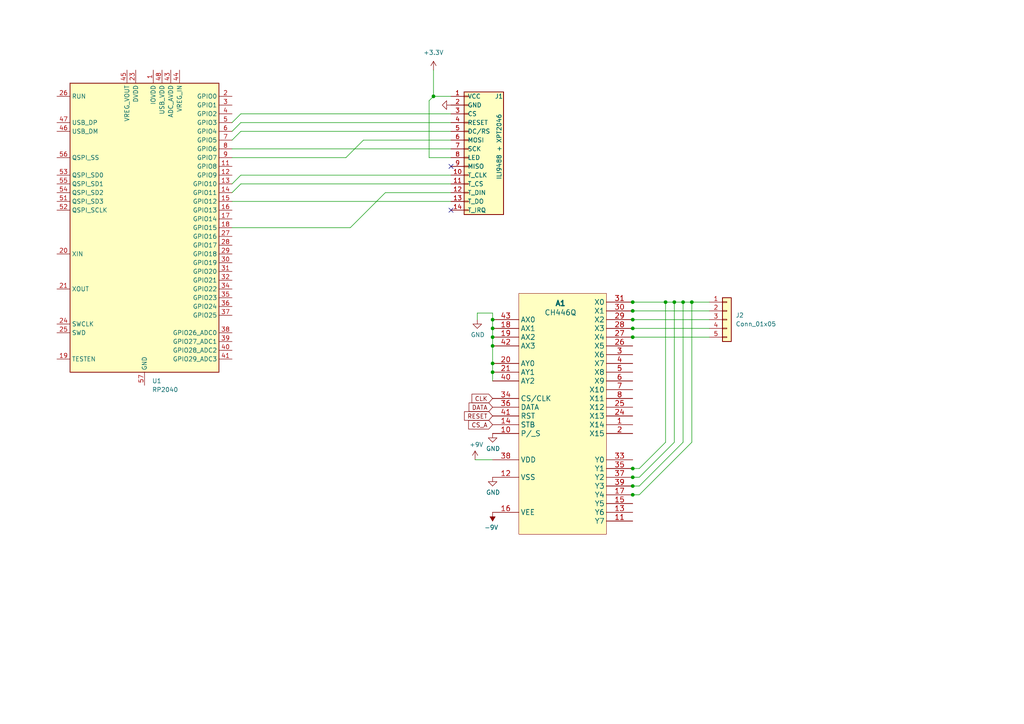
<source format=kicad_sch>
(kicad_sch (version 20230121) (generator eeschema)
  (paper "A4")
  (lib_symbols
    (symbol "+9V_4" (power) (pin_names (offset 0))
      (property "Value" "+9V_4" (at 0 3.556 0))
      (symbol "+9V_4_0_1"
        (polyline (pts (xy -0.762 1.27) (xy 0 2.54)))
        (polyline (pts (xy 0 0) (xy 0 2.54)))
        (polyline (pts (xy 0 2.54) (xy 0.762 1.27)))
      )
      (symbol "+9V_4_1_1"
        (pin power_in line (at 0 0 90) (length 0) hide (name "+9V") (number "1"))
      )
    )
    (symbol "-9V_5" (power) (pin_names (offset 0))
      (property "Value" "-9V_5" (at 0 3.81 0))
      (symbol "-9V_5_0_1"
        (polyline (pts (xy 0 0) (xy 0 2.54)))
        (polyline (pts (xy 0.762 1.27) (xy -0.762 1.27) (xy 0 2.54) (xy 0.762 1.27)) (fill (type outline)))
      )
      (symbol "-9V_5_1_1"
        (pin power_in line (at 0 0 90) (length 0) hide (name "-9V") (number "1"))
      )
    )
    (symbol "Connector_Generic:Conn_01x05" (pin_names (offset 1.016) hide)
      (property "Reference" "J" (at 0 7.62 0))
      (property "Value" "Conn_01x05" (at 0 -7.62 0))
      (symbol "Conn_01x05_1_1"
        (rectangle (start -1.27 -4.953) (end 0 -5.207) (stroke (width 0.1524)))
        (rectangle (start -1.27 -2.413) (end 0 -2.667) (stroke (width 0.1524)))
        (rectangle (start -1.27 0.127) (end 0 -0.127) (stroke (width 0.1524)))
        (rectangle (start -1.27 2.667) (end 0 2.413) (stroke (width 0.1524)))
        (rectangle (start -1.27 5.207) (end 0 4.953) (stroke (width 0.1524)))
        (rectangle (start -1.27 6.35) (end 1.27 -6.35) (stroke (width 0.254)) (fill (type background)))
        (pin passive line (at -5.08 5.08 0) (length 3.81) (name "Pin_1") (number "1"))
        (pin passive line (at -5.08 2.54 0) (length 3.81) (name "Pin_2") (number "2"))
        (pin passive line (at -5.08 0 0) (length 3.81) (name "Pin_3") (number "3"))
        (pin passive line (at -5.08 -2.54 0) (length 3.81) (name "Pin_4") (number "4"))
        (pin passive line (at -5.08 -5.08 0) (length 3.81) (name "Pin_5") (number "5"))
      )
    )
    (symbol "Connector_Generic:Conn_01x14" (pin_names (offset 1.016))
      (property "Reference" "J1" (at 7.62 15.24 0))
      (property "Value" "ILI9488 + XPT2046" (at 8.89 -8.89 90))
      (symbol "Conn_01x14_1_1"
        (rectangle (start -1.27 -17.653) (end 0 -17.907) (stroke (width 0.1524)))
        (rectangle (start -1.27 -15.113) (end 0 -15.367) (stroke (width 0.1524)))
        (rectangle (start -1.27 -12.573) (end 0 -12.827) (stroke (width 0.1524)))
        (rectangle (start -1.27 -10.033) (end 0 -10.287) (stroke (width 0.1524)))
        (rectangle (start -1.27 -7.493) (end 0 -7.747) (stroke (width 0.1524)))
        (rectangle (start -1.27 -4.953) (end 0 -5.207) (stroke (width 0.1524)))
        (rectangle (start -1.27 -2.413) (end 0 -2.667) (stroke (width 0.1524)))
        (rectangle (start -1.27 0.127) (end 0 -0.127) (stroke (width 0.1524)))
        (rectangle (start -1.27 2.667) (end 0 2.413) (stroke (width 0.1524)))
        (rectangle (start -1.27 5.207) (end 0 4.953) (stroke (width 0.1524)))
        (rectangle (start -1.27 7.747) (end 0 7.493) (stroke (width 0.1524)))
        (rectangle (start -1.27 10.287) (end 0 10.033) (stroke (width 0.1524)))
        (rectangle (start -1.27 12.827) (end 0 12.573) (stroke (width 0.1524)))
        (rectangle (start -1.27 15.367) (end 0 15.113) (stroke (width 0.1524)))
        (rectangle (start -1.27 16.51) (end 10.16 -19.05) (stroke (width 0.254)) (fill (type background)))
        (pin passive line (at -5.08 15.24 0) (length 3.81) (name "VCC") (number "1"))
        (pin passive line (at -5.08 -7.62 0) (length 3.81) (name "T_CLK") (number "10"))
        (pin passive line (at -5.08 -10.16 0) (length 3.81) (name "T_CS") (number "11"))
        (pin passive line (at -5.08 -12.7 0) (length 3.81) (name "T_DIN") (number "12"))
        (pin passive line (at -5.08 -15.24 0) (length 3.81) (name "T_DO") (number "13"))
        (pin passive line (at -5.08 -17.78 0) (length 3.81) (name "T_IRQ") (number "14"))
        (pin passive line (at -5.08 12.7 0) (length 3.81) (name "GND") (number "2"))
        (pin passive line (at -5.08 10.16 0) (length 3.81) (name "CS") (number "3"))
        (pin passive line (at -5.08 7.62 0) (length 3.81) (name "RESET") (number "4"))
        (pin passive line (at -5.08 5.08 0) (length 3.81) (name "DC/RS") (number "5"))
        (pin passive line (at -5.08 2.54 0) (length 3.81) (name "MOSI") (number "6"))
        (pin passive line (at -5.08 0 0) (length 3.81) (name "SCK") (number "7"))
        (pin passive line (at -5.08 -2.54 0) (length 3.81) (name "LED") (number "8"))
        (pin passive line (at -5.08 -5.08 0) (length 3.81) (name "MISO") (number "9"))
      )
    )
    (symbol "GND_17" (power) (pin_names (offset 0))
      (property "Value" "GND_17" (at 0 -3.81 0))
      (symbol "GND_17_0_1"
        (polyline (pts (xy 0 0) (xy 0 -1.27) (xy 1.27 -1.27) (xy 0 -2.54) (xy -1.27 -1.27) (xy 0 -1.27)))
      )
      (symbol "GND_17_1_1"
        (pin power_in line (at 0 0 270) (length 0) hide (name "GND") (number "1"))
      )
    )
    (symbol "GND_18" (power) (pin_names (offset 0))
      (property "Value" "GND_18" (at 0 -3.81 0))
      (symbol "GND_18_0_1"
        (polyline (pts (xy 0 0) (xy 0 -1.27) (xy 1.27 -1.27) (xy 0 -2.54) (xy -1.27 -1.27) (xy 0 -1.27)))
      )
      (symbol "GND_18_1_1"
        (pin power_in line (at 0 0 270) (length 0) hide (name "GND") (number "1"))
      )
    )
    (symbol "GND_50" (power) (pin_names (offset 0))
      (property "Value" "GND_50" (at 0 -3.81 0))
      (symbol "GND_50_0_1"
        (polyline (pts (xy 0 0) (xy 0 -1.27) (xy 1.27 -1.27) (xy 0 -2.54) (xy -1.27 -1.27) (xy 0 -1.27)))
      )
      (symbol "GND_50_1_1"
        (pin power_in line (at 0 0 270) (length 0) hide (name "GND") (number "1"))
      )
    )
    (symbol "JumperlessSymbols:CH446Q"
      (property "Reference" "U" (at 0 12.7 0))
      (symbol "CH446Q_1_1"
        (rectangle (start -12.065 35.56) (end 13.335 -34.29) (stroke (width 0.127)) (fill (type background)))
        (pin bidirectional line (at 20.955 -2.54 180) (length 7.62) (name "X14") (number "1"))
        (pin input line (at -19.685 -5.08 0) (length 7.62) (name "P/_S") (number "10"))
        (pin bidirectional line (at 20.955 -30.48 180) (length 7.62) (name "Y7") (number "11"))
        (pin power_in line (at -19.685 -17.78 0) (length 7.62) (name "VSS") (number "12"))
        (pin bidirectional line (at 20.955 -27.94 180) (length 7.62) (name "Y6") (number "13"))
        (pin input line (at -19.685 -2.54 0) (length 7.62) (name "STB") (number "14"))
        (pin bidirectional line (at 20.955 -25.4 180) (length 7.62) (name "Y5") (number "15"))
        (pin power_in line (at -19.685 -27.94 0) (length 7.62) (name "VEE") (number "16"))
        (pin bidirectional line (at 20.955 -22.86 180) (length 7.62) (name "Y4") (number "17"))
        (pin input line (at -19.685 25.4 0) (length 7.62) (name "AX1") (number "18"))
        (pin input line (at -19.685 22.86 0) (length 7.62) (name "AX2") (number "19"))
        (pin bidirectional line (at 20.955 -5.08 180) (length 7.62) (name "X15") (number "2"))
        (pin input line (at -19.685 15.24 0) (length 7.62) (name "AY0") (number "20"))
        (pin input line (at -19.685 12.7 0) (length 7.62) (name "AY1") (number "21"))
        (pin bidirectional line (at 20.955 0 180) (length 7.62) (name "X13") (number "24"))
        (pin bidirectional line (at 20.955 2.54 180) (length 7.62) (name "X12") (number "25"))
        (pin bidirectional line (at 20.955 20.32 180) (length 7.62) (name "X5") (number "26"))
        (pin bidirectional line (at 20.955 22.86 180) (length 7.62) (name "X4") (number "27"))
        (pin bidirectional line (at 20.955 25.4 180) (length 7.62) (name "X3") (number "28"))
        (pin bidirectional line (at 20.955 27.94 180) (length 7.62) (name "X2") (number "29"))
        (pin bidirectional line (at 20.955 17.78 180) (length 7.62) (name "X6") (number "3"))
        (pin bidirectional line (at 20.955 30.48 180) (length 7.62) (name "X1") (number "30"))
        (pin bidirectional line (at 20.955 33.02 180) (length 7.62) (name "X0") (number "31"))
        (pin bidirectional line (at 20.955 -12.7 180) (length 7.62) (name "Y0") (number "33"))
        (pin input line (at -19.685 5.08 0) (length 7.62) (name "CS/CLK") (number "34"))
        (pin bidirectional line (at 20.955 -15.24 180) (length 7.62) (name "Y1") (number "35"))
        (pin input line (at -19.685 2.54 0) (length 7.62) (name "DATA") (number "36"))
        (pin bidirectional line (at 20.955 -17.78 180) (length 7.62) (name "Y2") (number "37"))
        (pin power_in line (at -19.685 -12.7 0) (length 7.62) (name "VDD") (number "38"))
        (pin bidirectional line (at 20.955 -20.32 180) (length 7.62) (name "Y3") (number "39"))
        (pin bidirectional line (at 20.955 15.24 180) (length 7.62) (name "X7") (number "4"))
        (pin input line (at -19.685 10.16 0) (length 7.62) (name "AY2") (number "40"))
        (pin input line (at -19.685 0 0) (length 7.62) (name "RST") (number "41"))
        (pin input line (at -19.685 20.32 0) (length 7.62) (name "AX3") (number "42"))
        (pin input line (at -19.685 27.94 0) (length 7.62) (name "AX0") (number "43"))
        (pin bidirectional line (at 20.955 12.7 180) (length 7.62) (name "X8") (number "5"))
        (pin bidirectional line (at 20.955 10.16 180) (length 7.62) (name "X9") (number "6"))
        (pin bidirectional line (at 20.955 7.62 180) (length 7.62) (name "X10") (number "7"))
        (pin bidirectional line (at 20.955 5.08 180) (length 7.62) (name "X11") (number "8"))
      )
    )
    (symbol "MCU_RaspberryPi:RP2040"
      (property "Reference" "U" (at 17.78 45.72 0))
      (property "Value" "RP2040" (at 17.78 43.18 0))
      (symbol "RP2040_0_1"
        (rectangle (start -21.59 41.91) (end 21.59 -41.91) (stroke (width 0.254)) (fill (type background)))
      )
      (symbol "RP2040_1_1"
        (pin power_in line (at 2.54 45.72 270) (length 3.81) (name "IOVDD") (number "1"))
        (pin passive line (at 2.54 45.72 270) (length 3.81) hide (name "IOVDD") (number "10"))
        (pin bidirectional line (at 25.4 17.78 180) (length 3.81) (name "GPIO8") (number "11"))
        (pin bidirectional line (at 25.4 15.24 180) (length 3.81) (name "GPIO9") (number "12"))
        (pin bidirectional line (at 25.4 12.7 180) (length 3.81) (name "GPIO10") (number "13"))
        (pin bidirectional line (at 25.4 10.16 180) (length 3.81) (name "GPIO11") (number "14"))
        (pin bidirectional line (at 25.4 7.62 180) (length 3.81) (name "GPIO12") (number "15"))
        (pin bidirectional line (at 25.4 5.08 180) (length 3.81) (name "GPIO13") (number "16"))
        (pin bidirectional line (at 25.4 2.54 180) (length 3.81) (name "GPIO14") (number "17"))
        (pin bidirectional line (at 25.4 0 180) (length 3.81) (name "GPIO15") (number "18"))
        (pin input line (at -25.4 -38.1 0) (length 3.81) (name "TESTEN") (number "19"))
        (pin bidirectional line (at 25.4 38.1 180) (length 3.81) (name "GPIO0") (number "2"))
        (pin input line (at -25.4 -7.62 0) (length 3.81) (name "XIN") (number "20"))
        (pin passive line (at -25.4 -17.78 0) (length 3.81) (name "XOUT") (number "21"))
        (pin passive line (at 2.54 45.72 270) (length 3.81) hide (name "IOVDD") (number "22"))
        (pin power_in line (at -2.54 45.72 270) (length 3.81) (name "DVDD") (number "23"))
        (pin input line (at -25.4 -27.94 0) (length 3.81) (name "SWCLK") (number "24"))
        (pin bidirectional line (at -25.4 -30.48 0) (length 3.81) (name "SWD") (number "25"))
        (pin input line (at -25.4 38.1 0) (length 3.81) (name "RUN") (number "26"))
        (pin bidirectional line (at 25.4 -2.54 180) (length 3.81) (name "GPIO16") (number "27"))
        (pin bidirectional line (at 25.4 -5.08 180) (length 3.81) (name "GPIO17") (number "28"))
        (pin bidirectional line (at 25.4 -7.62 180) (length 3.81) (name "GPIO18") (number "29"))
        (pin bidirectional line (at 25.4 35.56 180) (length 3.81) (name "GPIO1") (number "3"))
        (pin bidirectional line (at 25.4 -10.16 180) (length 3.81) (name "GPIO19") (number "30"))
        (pin bidirectional line (at 25.4 -12.7 180) (length 3.81) (name "GPIO20") (number "31"))
        (pin bidirectional line (at 25.4 -15.24 180) (length 3.81) (name "GPIO21") (number "32"))
        (pin passive line (at 2.54 45.72 270) (length 3.81) hide (name "IOVDD") (number "33"))
        (pin bidirectional line (at 25.4 -17.78 180) (length 3.81) (name "GPIO22") (number "34"))
        (pin bidirectional line (at 25.4 -20.32 180) (length 3.81) (name "GPIO23") (number "35"))
        (pin bidirectional line (at 25.4 -22.86 180) (length 3.81) (name "GPIO24") (number "36"))
        (pin bidirectional line (at 25.4 -25.4 180) (length 3.81) (name "GPIO25") (number "37"))
        (pin bidirectional line (at 25.4 -30.48 180) (length 3.81) (name "GPIO26_ADC0") (number "38"))
        (pin bidirectional line (at 25.4 -33.02 180) (length 3.81) (name "GPIO27_ADC1") (number "39"))
        (pin bidirectional line (at 25.4 33.02 180) (length 3.81) (name "GPIO2") (number "4"))
        (pin bidirectional line (at 25.4 -35.56 180) (length 3.81) (name "GPIO28_ADC2") (number "40"))
        (pin bidirectional line (at 25.4 -38.1 180) (length 3.81) (name "GPIO29_ADC3") (number "41"))
        (pin passive line (at 2.54 45.72 270) (length 3.81) hide (name "IOVDD") (number "42"))
        (pin power_in line (at 7.62 45.72 270) (length 3.81) (name "ADC_AVDD") (number "43"))
        (pin power_in line (at 10.16 45.72 270) (length 3.81) (name "VREG_IN") (number "44"))
        (pin power_out line (at -5.08 45.72 270) (length 3.81) (name "VREG_VOUT") (number "45"))
        (pin bidirectional line (at -25.4 27.94 0) (length 3.81) (name "USB_DM") (number "46"))
        (pin bidirectional line (at -25.4 30.48 0) (length 3.81) (name "USB_DP") (number "47"))
        (pin power_in line (at 5.08 45.72 270) (length 3.81) (name "USB_VDD") (number "48"))
        (pin passive line (at 2.54 45.72 270) (length 3.81) hide (name "IOVDD") (number "49"))
        (pin bidirectional line (at 25.4 30.48 180) (length 3.81) (name "GPIO3") (number "5"))
        (pin passive line (at -2.54 45.72 270) (length 3.81) hide (name "DVDD") (number "50"))
        (pin bidirectional line (at -25.4 7.62 0) (length 3.81) (name "QSPI_SD3") (number "51"))
        (pin output line (at -25.4 5.08 0) (length 3.81) (name "QSPI_SCLK") (number "52"))
        (pin bidirectional line (at -25.4 15.24 0) (length 3.81) (name "QSPI_SD0") (number "53"))
        (pin bidirectional line (at -25.4 10.16 0) (length 3.81) (name "QSPI_SD2") (number "54"))
        (pin bidirectional line (at -25.4 12.7 0) (length 3.81) (name "QSPI_SD1") (number "55"))
        (pin bidirectional line (at -25.4 20.32 0) (length 3.81) (name "QSPI_SS") (number "56"))
        (pin power_in line (at 0 -45.72 90) (length 3.81) (name "GND") (number "57"))
        (pin bidirectional line (at 25.4 27.94 180) (length 3.81) (name "GPIO4") (number "6"))
        (pin bidirectional line (at 25.4 25.4 180) (length 3.81) (name "GPIO5") (number "7"))
        (pin bidirectional line (at 25.4 22.86 180) (length 3.81) (name "GPIO6") (number "8"))
        (pin bidirectional line (at 25.4 20.32 180) (length 3.81) (name "GPIO7") (number "9"))
      )
    )
    (symbol "power:+3.3V" (power) (pin_names (offset 0))
      (property "Value" "+3.3V" (at 0 3.556 0))
      (symbol "+3.3V_0_1"
        (polyline (pts (xy -0.762 1.27) (xy 0 2.54)))
        (polyline (pts (xy 0 0) (xy 0 2.54)))
        (polyline (pts (xy 0 2.54) (xy 0.762 1.27)))
      )
      (symbol "+3.3V_1_1"
        (pin power_in line (at 0 0 90) (length 0) hide (name "+3.3V") (number "1"))
      )
    )
    (symbol "power:GND" (power) (pin_names (offset 0))
      (property "Value" "GND" (at 0 -3.81 0))
      (symbol "GND_0_1"
        (polyline (pts (xy 0 0) (xy 0 -1.27) (xy 1.27 -1.27) (xy 0 -2.54) (xy -1.27 -1.27) (xy 0 -1.27)))
      )
      (symbol "GND_1_1"
        (pin power_in line (at 0 0 270) (length 0) hide (name "GND") (number "1"))
      )
    )
  )
  (junction (at 183.515 138.43))
  (junction (at 183.515 87.63))
  (junction (at 183.515 135.89))
  (junction (at 183.515 95.25))
  (junction (at 198.12 87.63))
  (junction (at 183.515 92.71))
  (junction (at 193.04 87.63))
  (junction (at 195.58 87.63))
  (junction (at 142.875 95.25))
  (junction (at 142.875 105.41))
  (junction (at 183.515 140.97))
  (junction (at 200.66 87.63))
  (junction (at 183.515 90.17))
  (junction (at 142.875 92.71))
  (junction (at 142.875 100.33))
  (junction (at 142.875 107.95))
  (junction (at 183.515 143.51))
  (junction (at 125.73 27.94))
  (junction (at 142.875 97.79))
  (junction (at 183.515 97.79))
  (no_connect (at 130.81 60.96))
  (no_connect (at 130.81 48.26))
  (wire (pts (xy 124.46 45.72) (xy 130.81 45.72)))
  (wire (pts (xy 125.73 27.94) (xy 130.81 27.94)))
  (wire (pts (xy 183.515 95.25) (xy 205.74 95.25)))
  (wire (pts (xy 182.88 140.97) (xy 183.515 140.97)))
  (wire (pts (xy 195.58 87.63) (xy 198.12 87.63)))
  (wire (pts (xy 182.88 143.51) (xy 183.515 143.51)))
  (wire (pts (xy 183.515 87.63) (xy 193.04 87.63)))
  (wire (pts (xy 142.875 107.95) (xy 142.875 110.49)))
  (wire (pts (xy 193.04 87.63) (xy 195.58 87.63)))
  (wire (pts (xy 183.515 97.79) (xy 205.74 97.79)))
  (wire (pts (xy 138.43 90.805) (xy 138.43 92.71)))
  (wire (pts (xy 182.88 90.17) (xy 183.515 90.17)))
  (wire (pts (xy 198.12 87.63) (xy 200.66 87.63)))
  (wire (pts (xy 67.31 45.72) (xy 100.33 45.72)))
  (wire (pts (xy 142.875 95.25) (xy 142.875 97.79)))
  (wire (pts (xy 142.875 97.79) (xy 142.875 100.33)))
  (wire (pts (xy 193.04 87.63) (xy 193.04 128.27)))
  (wire (pts (xy 69.85 38.1) (xy 67.31 40.64)))
  (wire (pts (xy 67.31 66.04) (xy 101.6 66.04)))
  (wire (pts (xy 200.66 87.63) (xy 200.66 128.27)))
  (wire (pts (xy 69.85 35.56) (xy 130.81 35.56)))
  (wire (pts (xy 198.12 87.63) (xy 198.12 128.27)))
  (wire (pts (xy 69.85 33.02) (xy 130.81 33.02)))
  (wire (pts (xy 182.88 95.25) (xy 183.515 95.25)))
  (wire (pts (xy 183.515 92.71) (xy 205.74 92.71)))
  (wire (pts (xy 105.41 40.64) (xy 130.81 40.64)))
  (wire (pts (xy 69.85 35.56) (xy 67.31 38.1)))
  (wire (pts (xy 183.515 143.51) (xy 185.42 143.51)))
  (wire (pts (xy 105.41 40.64) (xy 100.33 45.72)))
  (wire (pts (xy 182.88 97.79) (xy 183.515 97.79)))
  (wire (pts (xy 130.81 53.34) (xy 69.85 53.34)))
  (wire (pts (xy 137.795 133.35) (xy 142.875 133.35)))
  (wire (pts (xy 111.76 55.88) (xy 130.81 55.88)))
  (wire (pts (xy 67.31 43.18) (xy 130.81 43.18)))
  (wire (pts (xy 101.6 66.04) (xy 111.76 55.88)))
  (wire (pts (xy 183.515 90.17) (xy 205.74 90.17)))
  (wire (pts (xy 183.515 140.97) (xy 185.42 140.97)))
  (wire (pts (xy 182.88 138.43) (xy 183.515 138.43)))
  (wire (pts (xy 198.12 128.27) (xy 185.42 140.97)))
  (wire (pts (xy 69.85 50.8) (xy 67.31 53.34)))
  (wire (pts (xy 69.85 53.34) (xy 67.31 55.88)))
  (wire (pts (xy 195.58 87.63) (xy 195.58 128.27)))
  (wire (pts (xy 142.875 90.805) (xy 142.875 92.71)))
  (wire (pts (xy 183.515 138.43) (xy 185.42 138.43)))
  (wire (pts (xy 182.88 135.89) (xy 183.515 135.89)))
  (wire (pts (xy 185.42 135.89) (xy 193.04 128.27)))
  (wire (pts (xy 69.85 38.1) (xy 130.81 38.1)))
  (wire (pts (xy 67.31 35.56) (xy 69.85 33.02)))
  (wire (pts (xy 130.81 50.8) (xy 69.85 50.8)))
  (wire (pts (xy 183.515 135.89) (xy 185.42 135.89)))
  (wire (pts (xy 142.875 90.805) (xy 138.43 90.805)))
  (wire (pts (xy 125.73 20.32) (xy 125.73 27.94)))
  (wire (pts (xy 124.46 29.21) (xy 125.73 27.94)))
  (wire (pts (xy 142.875 92.71) (xy 142.875 95.25)))
  (wire (pts (xy 182.88 87.63) (xy 183.515 87.63)))
  (wire (pts (xy 142.875 105.41) (xy 142.875 107.95)))
  (wire (pts (xy 195.58 128.27) (xy 185.42 138.43)))
  (wire (pts (xy 142.875 100.33) (xy 142.875 105.41)))
  (wire (pts (xy 124.46 45.72) (xy 124.46 29.21)))
  (wire (pts (xy 200.66 87.63) (xy 205.74 87.63)))
  (wire (pts (xy 200.66 128.27) (xy 185.42 143.51)))
  (wire (pts (xy 67.31 58.42) (xy 130.81 58.42)))
  (wire (pts (xy 182.88 92.71) (xy 183.515 92.71)))
  (global_label "RESET" (shape input) (at 142.875 120.65 180) (property "Intersheetrefs" "${INTERSHEET_REFS}" (effects hide)))
  (global_label "CLK" (shape input) (at 142.875 115.57 180) (property "Intersheetrefs" "${INTERSHEET_REFS}" (effects hide)))
  (global_label "CS_A" (shape input) (at 142.875 123.19 180) (property "Intersheetrefs" "${INTERSHEET_REFS}" (effects hide)))
  (global_label "DATA" (shape input) (at 142.875 118.11 180) (property "Intersheetrefs" "${INTERSHEET_REFS}" (effects hide)))
  (symbol (lib_id "JumperlessSymbols:CH446Q") (at 162.56 120.65 0) (unit 1)
    (property "Reference" "A1" (at 162.56 87.9602 0) (effects (font (size 1.524 1.524) bold)))
    (property "Value" "CH446Q" (at 162.56 90.6526 0) (effects (font (size 1.524 1.524))))
    (property "Footprint" "JumperlessFootprints:LQFP44_Tight" (effects hide))
  )
  (symbol (lib_id "power:+3.3V") (at 125.73 20.32 0) (unit 1)
    (property "Reference" "#PWR01" (effects hide))
    (property "Value" "+3.3V" (at 125.73 15.24 0))
  )
  (symbol (lib_id "power:GND") (at 130.81 30.48 270) (unit 1)
    (property "Reference" "#PWR02" (effects hide))
    (property "Value" "GND" (effects hide))
  )
  (symbol (lib_name "GND_18") (lib_id "power:GND") (at 138.43 92.71 0) (unit 1)
    (property "Reference" "#PWR04" (effects hide))
    (property "Value" "GND" (at 138.557 97.1042 0))
  )
  (symbol (lib_name "GND_50") (lib_id "power:GND") (at 142.875 138.43 0) (unit 1)
    (property "Reference" "#PWR06" (effects hide))
    (property "Value" "GND" (at 143.002 142.8242 0))
  )
  (symbol (lib_name "+9V_4") (lib_id "power:+9V") (at 137.795 133.35 0) (unit 1)
    (property "Reference" "#PWR03" (effects hide))
    (property "Value" "+9V" (at 138.176 128.9558 0))
  )
  (symbol (lib_id "Connector_Generic:Conn_01x05") (at 210.82 92.71 0) (unit 1)
    (property "Reference" "J2" (at 213.36 91.44 0) (effects (justify left)))
    (property "Value" "Conn_01x05" (at 213.36 93.98 0) (effects (justify left)))
  )
  (symbol (lib_name "-9V_5") (lib_id "power:-9V") (at 142.875 148.59 180) (unit 1)
    (property "Reference" "#PWR07" (effects hide))
    (property "Value" "-9V" (at 142.494 152.9842 0))
  )
  (symbol (lib_id "Connector_Generic:Conn_01x14") (at 135.89 43.18 0) (unit 1)
    (property "Reference" "J1" (at 143.51 27.94 0) (effects (justify left)))
    (property "Value" "ILI9488 + XPT2046" (at 144.78 52.07 90) (effects (justify left)))
  )
  (symbol (lib_name "GND_17") (lib_id "power:GND") (at 142.875 125.73 0) (unit 1)
    (property "Reference" "#PWR05" (effects hide))
    (property "Value" "GND" (at 143.002 130.1242 0))
  )
  (symbol (lib_id "MCU_RaspberryPi:RP2040") (at 41.91 66.04 0) (unit 1)
    (property "Reference" "U1" (at 44.1041 110.49 0) (effects (justify left)))
    (property "Value" "RP2040" (at 44.1041 113.03 0) (effects (justify left)))
    (property "Footprint" "Package_DFN_QFN:QFN-56-1EP_7x7mm_P0.4mm_EP3.2x3.2mm" (effects hide))
    (property "Datasheet" "https://datasheets.raspberrypi.com/rp2040/rp2040-datasheet.pdf" (effects hide))
  )
)
</source>
